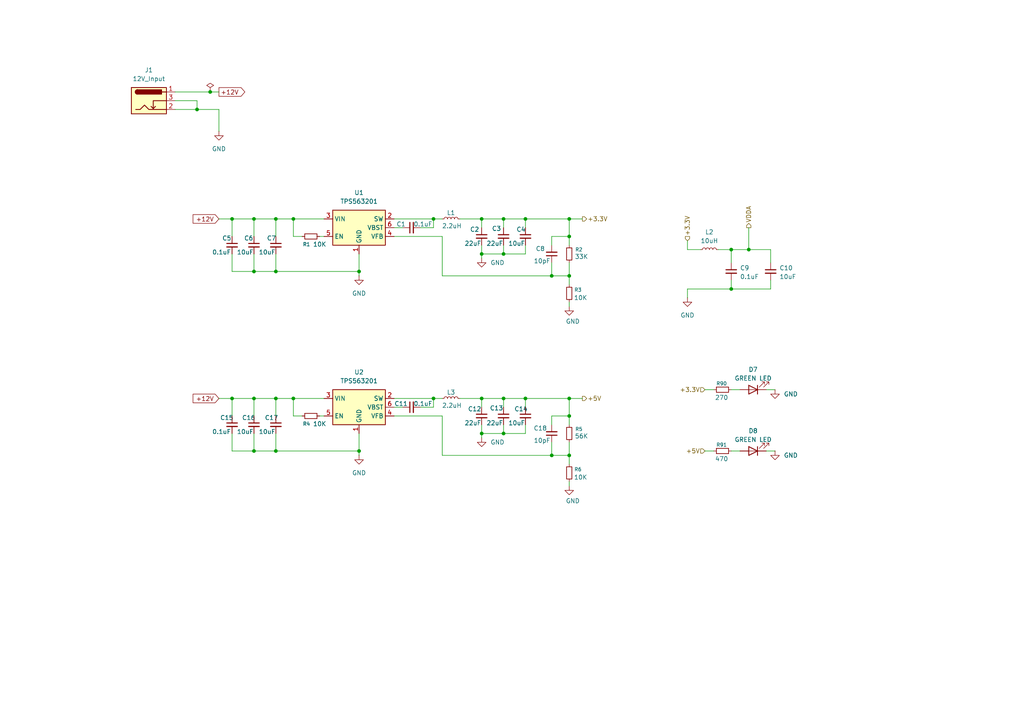
<source format=kicad_sch>
(kicad_sch (version 20250114) (generator "eeschema") (generator_version "9.0")
  (paper "A4")
  (lib_symbols
    (symbol "Connector:Barrel_Jack_Switch" (pin_names (hide yes))
      (property "Reference" "J" (at 0 5.334 0))
      (property "Value" "Barrel_Jack_Switch" (at 0 -5.08 0))
      (symbol "Barrel_Jack_Switch_0_1"
        (rectangle (start -5.08 3.81) (end 5.08 -3.81) (stroke (width 0.254)) (fill (type background)))
        (polyline (pts (xy -3.81 -2.54) (xy -2.54 -2.54) (xy -1.27 -1.27) (xy 0 -2.54) (xy 2.54 -2.54) (xy 5.08 -2.54)) (stroke (width 0.254)))
        (arc (start -3.302 1.905) (mid -3.9343 2.54) (end -3.302 3.175) (stroke (width 0.254)))
        (arc (start -3.302 1.905) (mid -3.9343 2.54) (end -3.302 3.175) (stroke (width 0.254)) (fill (type outline)))
        (polyline (pts (xy 1.27 -2.286) (xy 1.905 -1.651)) (stroke (width 0.254)))
        (rectangle (start 3.683 3.175) (end -3.302 1.905) (stroke (width 0.254)) (fill (type outline)))
        (polyline (pts (xy 5.08 2.54) (xy 3.81 2.54)) (stroke (width 0.254)))
        (polyline (pts (xy 5.08 0) (xy 1.27 0) (xy 1.27 -2.286) (xy 0.635 -1.651)) (stroke (width 0.254)))
      )
      (symbol "Barrel_Jack_Switch_1_1"
        (pin passive line (at 7.62 2.54 180) (length 2.54) (name "~") (number "1"))
        (pin passive line (at 7.62 0 180) (length 2.54) (name "~") (number "3"))
        (pin passive line (at 7.62 -2.54 180) (length 2.54) (name "~") (number "2"))
      )
    )
    (symbol "Device:C_Small" (pin_numbers (hide yes)) (pin_names (offset 0.254) (hide yes))
      (property "Reference" "C" (at 0.254 1.778 0))
      (property "Value" "C_Small" (at 0.254 -2.032 0))
      (symbol "C_Small_0_1"
        (polyline (pts (xy -1.524 0.508) (xy 1.524 0.508)) (stroke (width 0.3048)))
        (polyline (pts (xy -1.524 -0.508) (xy 1.524 -0.508)) (stroke (width 0.3302)))
      )
      (symbol "C_Small_1_1"
        (pin passive line (at 0 2.54 270) (length 2.032) (name "~") (number "1"))
        (pin passive line (at 0 -2.54 90) (length 2.032) (name "~") (number "2"))
      )
    )
    (symbol "Device:LED" (pin_numbers (hide yes)) (pin_names (offset 1.016) (hide yes))
      (property "Reference" "D" (at 0 2.54 0))
      (property "Value" "LED" (at 0 -2.54 0))
      (symbol "LED_0_1"
        (polyline (pts (xy -3.048 -0.762) (xy -4.572 -2.286) (xy -3.81 -2.286) (xy -4.572 -2.286) (xy -4.572 -1.524)))
        (polyline (pts (xy -1.778 -0.762) (xy -3.302 -2.286) (xy -2.54 -2.286) (xy -3.302 -2.286) (xy -3.302 -1.524)))
        (polyline (pts (xy -1.27 0) (xy 1.27 0)))
        (polyline (pts (xy -1.27 -1.27) (xy -1.27 1.27)) (stroke (width 0.254)))
        (polyline (pts (xy 1.27 -1.27) (xy 1.27 1.27) (xy -1.27 0) (xy 1.27 -1.27)) (stroke (width 0.254)))
      )
      (symbol "LED_1_1"
        (pin passive line (at -3.81 0 0) (length 2.54) (name "K") (number "1"))
        (pin passive line (at 3.81 0 180) (length 2.54) (name "A") (number "2"))
      )
    )
    (symbol "Device:L_Small" (pin_numbers (hide yes)) (pin_names (offset 0.254) (hide yes))
      (property "Reference" "L" (at 0.762 1.016 0))
      (property "Value" "L_Small" (at 0.762 -1.016 0))
      (symbol "L_Small_0_1"
        (arc (start 0 2.032) (mid 0.5058 1.524) (end 0 1.016))
        (arc (start 0 1.016) (mid 0.5058 0.508) (end 0 0))
        (arc (start 0 0) (mid 0.5058 -0.508) (end 0 -1.016))
        (arc (start 0 -1.016) (mid 0.5058 -1.524) (end 0 -2.032))
      )
      (symbol "L_Small_1_1"
        (pin passive line (at 0 2.54 270) (length 0.508) (name "~") (number "1"))
        (pin passive line (at 0 -2.54 90) (length 0.508) (name "~") (number "2"))
      )
    )
    (symbol "Device:R_Small" (pin_numbers (hide yes)) (pin_names (offset 0.254) (hide yes))
      (property "Reference" "R" (at 0 0 90))
      (property "Value" "R_Small" (at 1.778 0 90))
      (symbol "R_Small_0_1"
        (rectangle (start -0.762 1.778) (end 0.762 -1.778) (stroke (width 0.2032)))
      )
      (symbol "R_Small_1_1"
        (pin passive line (at 0 2.54 270) (length 0.762) (name "~") (number "1"))
        (pin passive line (at 0 -2.54 90) (length 0.762) (name "~") (number "2"))
      )
    )
    (symbol "Regulator_Switching:TPS563200"
      (property "Reference" "U" (at -7.62 6.35 0))
      (property "Value" "TPS563200" (at -2.54 6.35 0))
      (symbol "TPS563200_0_1"
        (rectangle (start -7.62 5.08) (end 7.62 -5.08) (stroke (width 0.254)) (fill (type background)))
      )
      (symbol "TPS563200_1_1"
        (pin power_in line (at -10.16 2.54 0) (length 2.54) (name "VIN") (number "3"))
        (pin input line (at -10.16 -2.54 0) (length 2.54) (name "EN") (number "5"))
        (pin power_in line (at 0 -7.62 90) (length 2.54) (name "GND") (number "1"))
        (pin output line (at 10.16 2.54 180) (length 2.54) (name "SW") (number "2"))
        (pin passive line (at 10.16 0 180) (length 2.54) (name "VBST") (number "6"))
        (pin input line (at 10.16 -2.54 180) (length 2.54) (name "VFB") (number "4"))
      )
    )
    (symbol "power:GND" (power) (pin_numbers (hide yes)) (pin_names (offset 0) (hide yes))
      (property "Value" "GND" (at 0 -3.81 0))
      (symbol "GND_0_1"
        (polyline (pts (xy 0 0) (xy 0 -1.27) (xy 1.27 -1.27) (xy 0 -2.54) (xy -1.27 -1.27) (xy 0 -1.27)))
      )
      (symbol "GND_1_1"
        (pin power_in line (at 0 0 270) (length 0) (name "~") (number "1"))
      )
    )
    (symbol "power:PWR_FLAG" (power) (pin_numbers (hide yes)) (pin_names (offset 0) (hide yes))
      (property "Value" "PWR_FLAG" (at 0 3.81 0))
      (symbol "PWR_FLAG_0_0"
        (pin power_out line (at 0 0 90) (length 0) (name "~") (number "1"))
      )
      (symbol "PWR_FLAG_0_1"
        (polyline (pts (xy 0 0) (xy 0 1.27) (xy -1.016 1.905) (xy 0 2.54) (xy 1.016 1.905) (xy 0 1.27)))
      )
    )
  )
  (junction (at 125.73 115.57))
  (junction (at 57.15 31.75))
  (junction (at 212.09 83.82))
  (junction (at 73.66 115.57))
  (junction (at 152.4 115.57))
  (junction (at 73.66 63.5))
  (junction (at 165.1 80.01))
  (junction (at 212.09 72.39))
  (junction (at 146.05 125.73))
  (junction (at 104.14 78.74))
  (junction (at 73.66 130.81))
  (junction (at 165.1 132.08))
  (junction (at 80.01 115.57))
  (junction (at 139.7 73.66))
  (junction (at 80.01 78.74))
  (junction (at 139.7 63.5))
  (junction (at 146.05 63.5))
  (junction (at 104.14 130.81))
  (junction (at 165.1 120.65))
  (junction (at 217.17 72.39))
  (junction (at 160.02 132.08))
  (junction (at 152.4 63.5))
  (junction (at 73.66 78.74))
  (junction (at 85.09 115.57))
  (junction (at 165.1 63.5))
  (junction (at 146.05 115.57))
  (junction (at 80.01 63.5))
  (junction (at 139.7 115.57))
  (junction (at 160.02 80.01))
  (junction (at 67.31 115.57))
  (junction (at 80.01 130.81))
  (junction (at 85.09 63.5))
  (junction (at 125.73 63.5))
  (junction (at 67.31 63.5))
  (junction (at 165.1 68.58))
  (junction (at 165.1 115.57))
  (junction (at 60.96 26.67))
  (junction (at 139.7 125.73))
  (junction (at 146.05 73.66))
  (wire (pts (xy 67.31 130.81) (xy 73.66 130.81)))
  (wire (pts (xy 139.7 73.66) (xy 146.05 73.66)))
  (wire (pts (xy 128.27 132.08) (xy 160.02 132.08)))
  (wire (pts (xy 104.14 130.81) (xy 104.14 132.08)))
  (wire (pts (xy 114.3 118.11) (xy 116.84 118.11)))
  (wire (pts (xy 222.25 130.81) (xy 224.79 130.81)))
  (wire (pts (xy 104.14 78.74) (xy 104.14 80.01)))
  (wire (pts (xy 114.3 63.5) (xy 125.73 63.5)))
  (wire (pts (xy 63.5 63.5) (xy 67.31 63.5)))
  (wire (pts (xy 139.7 123.19) (xy 139.7 125.73)))
  (wire (pts (xy 160.02 128.27) (xy 160.02 132.08)))
  (wire (pts (xy 125.73 118.11) (xy 125.73 115.57)))
  (wire (pts (xy 80.01 63.5) (xy 80.01 68.58)))
  (wire (pts (xy 212.09 72.39) (xy 212.09 76.2)))
  (wire (pts (xy 165.1 115.57) (xy 165.1 120.65)))
  (wire (pts (xy 165.1 132.08) (xy 165.1 134.62)))
  (wire (pts (xy 125.73 63.5) (xy 128.27 63.5)))
  (wire (pts (xy 152.4 115.57) (xy 152.4 118.11)))
  (wire (pts (xy 50.8 31.75) (xy 57.15 31.75)))
  (wire (pts (xy 85.09 68.58) (xy 87.63 68.58)))
  (wire (pts (xy 139.7 125.73) (xy 146.05 125.73)))
  (wire (pts (xy 146.05 125.73) (xy 152.4 125.73)))
  (wire (pts (xy 165.1 63.5) (xy 168.91 63.5)))
  (wire (pts (xy 85.09 63.5) (xy 93.98 63.5)))
  (wire (pts (xy 104.14 73.66) (xy 104.14 78.74)))
  (wire (pts (xy 199.39 83.82) (xy 212.09 83.82)))
  (wire (pts (xy 165.1 140.97) (xy 165.1 139.7)))
  (wire (pts (xy 165.1 120.65) (xy 165.1 123.19)))
  (wire (pts (xy 199.39 69.85) (xy 199.39 72.39)))
  (wire (pts (xy 139.7 115.57) (xy 146.05 115.57)))
  (wire (pts (xy 212.09 83.82) (xy 223.52 83.82)))
  (wire (pts (xy 204.47 113.03) (xy 207.01 113.03)))
  (wire (pts (xy 85.09 120.65) (xy 85.09 115.57)))
  (wire (pts (xy 92.71 120.65) (xy 93.98 120.65)))
  (wire (pts (xy 50.8 29.21) (xy 57.15 29.21)))
  (wire (pts (xy 80.01 63.5) (xy 73.66 63.5)))
  (wire (pts (xy 67.31 78.74) (xy 73.66 78.74)))
  (wire (pts (xy 128.27 80.01) (xy 160.02 80.01)))
  (wire (pts (xy 146.05 73.66) (xy 146.05 71.12)))
  (wire (pts (xy 152.4 115.57) (xy 165.1 115.57)))
  (wire (pts (xy 160.02 120.65) (xy 160.02 123.19)))
  (wire (pts (xy 80.01 115.57) (xy 80.01 120.65)))
  (wire (pts (xy 199.39 83.82) (xy 199.39 86.36)))
  (wire (pts (xy 139.7 125.73) (xy 139.7 127)))
  (wire (pts (xy 146.05 125.73) (xy 146.05 123.19)))
  (wire (pts (xy 73.66 73.66) (xy 73.66 78.74)))
  (wire (pts (xy 92.71 68.58) (xy 93.98 68.58)))
  (wire (pts (xy 125.73 115.57) (xy 128.27 115.57)))
  (wire (pts (xy 212.09 113.03) (xy 214.63 113.03)))
  (wire (pts (xy 133.35 63.5) (xy 139.7 63.5)))
  (wire (pts (xy 208.28 72.39) (xy 212.09 72.39)))
  (wire (pts (xy 165.1 68.58) (xy 165.1 71.12)))
  (wire (pts (xy 50.8 26.67) (xy 60.96 26.67)))
  (wire (pts (xy 217.17 72.39) (xy 223.52 72.39)))
  (wire (pts (xy 73.66 115.57) (xy 67.31 115.57)))
  (wire (pts (xy 146.05 63.5) (xy 152.4 63.5)))
  (wire (pts (xy 223.52 81.28) (xy 223.52 83.82)))
  (wire (pts (xy 121.92 66.04) (xy 125.73 66.04)))
  (wire (pts (xy 160.02 76.2) (xy 160.02 80.01)))
  (wire (pts (xy 63.5 31.75) (xy 63.5 38.1)))
  (wire (pts (xy 104.14 125.73) (xy 104.14 130.81)))
  (wire (pts (xy 73.66 125.73) (xy 73.66 130.81)))
  (wire (pts (xy 152.4 63.5) (xy 165.1 63.5)))
  (wire (pts (xy 152.4 71.12) (xy 152.4 73.66)))
  (wire (pts (xy 139.7 73.66) (xy 139.7 74.93)))
  (wire (pts (xy 165.1 115.57) (xy 168.91 115.57)))
  (wire (pts (xy 121.92 118.11) (xy 125.73 118.11)))
  (wire (pts (xy 152.4 123.19) (xy 152.4 125.73)))
  (wire (pts (xy 63.5 115.57) (xy 67.31 115.57)))
  (wire (pts (xy 73.66 115.57) (xy 73.66 120.65)))
  (wire (pts (xy 73.66 63.5) (xy 67.31 63.5)))
  (wire (pts (xy 160.02 68.58) (xy 160.02 71.12)))
  (wire (pts (xy 114.3 120.65) (xy 128.27 120.65)))
  (wire (pts (xy 222.25 113.03) (xy 224.79 113.03)))
  (wire (pts (xy 160.02 80.01) (xy 165.1 80.01)))
  (wire (pts (xy 139.7 115.57) (xy 139.7 118.11)))
  (wire (pts (xy 160.02 68.58) (xy 165.1 68.58)))
  (wire (pts (xy 73.66 78.74) (xy 80.01 78.74)))
  (wire (pts (xy 204.47 130.81) (xy 207.01 130.81)))
  (wire (pts (xy 160.02 120.65) (xy 165.1 120.65)))
  (wire (pts (xy 165.1 80.01) (xy 165.1 76.2)))
  (wire (pts (xy 85.09 120.65) (xy 87.63 120.65)))
  (wire (pts (xy 139.7 63.5) (xy 146.05 63.5)))
  (wire (pts (xy 85.09 68.58) (xy 85.09 63.5)))
  (wire (pts (xy 73.66 63.5) (xy 73.66 68.58)))
  (wire (pts (xy 165.1 80.01) (xy 165.1 82.55)))
  (wire (pts (xy 146.05 115.57) (xy 152.4 115.57)))
  (wire (pts (xy 128.27 120.65) (xy 128.27 132.08)))
  (wire (pts (xy 217.17 66.04) (xy 217.17 72.39)))
  (wire (pts (xy 67.31 125.73) (xy 67.31 130.81)))
  (wire (pts (xy 114.3 68.58) (xy 128.27 68.58)))
  (wire (pts (xy 60.96 26.67) (xy 63.5 26.67)))
  (wire (pts (xy 160.02 132.08) (xy 165.1 132.08)))
  (wire (pts (xy 80.01 130.81) (xy 104.14 130.81)))
  (wire (pts (xy 139.7 63.5) (xy 139.7 66.04)))
  (wire (pts (xy 73.66 130.81) (xy 80.01 130.81)))
  (wire (pts (xy 114.3 66.04) (xy 116.84 66.04)))
  (wire (pts (xy 67.31 63.5) (xy 67.31 68.58)))
  (wire (pts (xy 67.31 115.57) (xy 67.31 120.65)))
  (wire (pts (xy 212.09 130.81) (xy 214.63 130.81)))
  (wire (pts (xy 57.15 29.21) (xy 57.15 31.75)))
  (wire (pts (xy 114.3 115.57) (xy 125.73 115.57)))
  (wire (pts (xy 212.09 72.39) (xy 217.17 72.39)))
  (wire (pts (xy 199.39 72.39) (xy 203.2 72.39)))
  (wire (pts (xy 165.1 63.5) (xy 165.1 68.58)))
  (wire (pts (xy 139.7 71.12) (xy 139.7 73.66)))
  (wire (pts (xy 133.35 115.57) (xy 139.7 115.57)))
  (wire (pts (xy 80.01 78.74) (xy 104.14 78.74)))
  (wire (pts (xy 152.4 63.5) (xy 152.4 66.04)))
  (wire (pts (xy 165.1 132.08) (xy 165.1 128.27)))
  (wire (pts (xy 223.52 72.39) (xy 223.52 76.2)))
  (wire (pts (xy 125.73 66.04) (xy 125.73 63.5)))
  (wire (pts (xy 57.15 31.75) (xy 63.5 31.75)))
  (wire (pts (xy 146.05 63.5) (xy 146.05 66.04)))
  (wire (pts (xy 80.01 125.73) (xy 80.01 130.81)))
  (wire (pts (xy 146.05 73.66) (xy 152.4 73.66)))
  (wire (pts (xy 212.09 81.28) (xy 212.09 83.82)))
  (wire (pts (xy 80.01 115.57) (xy 85.09 115.57)))
  (wire (pts (xy 165.1 88.9) (xy 165.1 87.63)))
  (wire (pts (xy 85.09 115.57) (xy 93.98 115.57)))
  (wire (pts (xy 80.01 73.66) (xy 80.01 78.74)))
  (wire (pts (xy 128.27 68.58) (xy 128.27 80.01)))
  (wire (pts (xy 67.31 73.66) (xy 67.31 78.74)))
  (wire (pts (xy 146.05 115.57) (xy 146.05 118.11)))
  (wire (pts (xy 80.01 115.57) (xy 73.66 115.57)))
  (wire (pts (xy 80.01 63.5) (xy 85.09 63.5)))
  (global_label "+12V" (shape input) (at 63.5 115.57 180) (property "Intersheetrefs" "${INTERSHEET_REFS}" (effects (hide yes))))
  (global_label "+12V" (shape input) (at 63.5 63.5 180) (property "Intersheetrefs" "${INTERSHEET_REFS}" (effects (hide yes))))
  (global_label "+12V" (shape output) (at 63.5 26.67 0) (property "Intersheetrefs" "${INTERSHEET_REFS}" (effects (hide yes))))
  (hierarchical_label "+3.3V" (shape input) (at 204.47 113.03 180))
  (hierarchical_label "+5V" (shape input) (at 204.47 130.81 180))
  (hierarchical_label "+3.3V" (shape output) (at 168.91 63.5 0))
  (hierarchical_label "+5V" (shape output) (at 168.91 115.57 0))
  (hierarchical_label "+3.3V" (shape input) (at 199.39 69.85 90))
  (hierarchical_label "VDDA" (shape output) (at 217.17 66.04 90))
  (symbol (lib_id "Device:C_Small") (at 146.05 120.65 0) (unit 1)
    (property "Reference" "C13" (at 144.018 118.364 0))
    (property "Value" "22uF" (at 143.51 122.682 0))
    (property "Footprint" "Capacitor_SMD:C_1206_3216Metric" (effects (hide yes)))
    (property "Description" "Capacitor, ceramic, 22µF, 10 V, ±10%, X7R, 1206" (effects (hide yes)))
  )
  (symbol (lib_id "power:GND") (at 104.14 80.01 0) (unit 1)
    (property "Reference" "#PWR03" (effects (hide yes)))
    (property "Value" "GND" (at 104.14 85.09 0))
    (property "Description" "Power symbol creates a global label with name \"GND\" , ground" (effects (hide yes)))
  )
  (symbol (lib_id "Device:C_Small") (at 80.01 123.19 0) (unit 1)
    (property "Reference" "C17" (at 78.74 121.158 0))
    (property "Value" "10uF" (at 77.47 125.222 0))
    (property "Footprint" "Capacitor_SMD:C_1206_3216Metric" (effects (hide yes)))
    (property "Description" "Capacitor, ceramic, 10µF, 25 V, ±10%, X5R, 1206" (effects (hide yes)))
  )
  (symbol (lib_id "Device:C_Small") (at 146.05 68.58 0) (unit 1)
    (property "Reference" "C3" (at 144.018 66.294 0))
    (property "Value" "22uF" (at 143.51 70.612 0))
    (property "Footprint" "Capacitor_SMD:C_1206_3216Metric" (effects (hide yes)))
    (property "Description" "Capacitor, ceramic, 22µF, 10 V, ±10%, X7R, 1206" (effects (hide yes)))
  )
  (symbol (lib_id "Regulator_Switching:TPS563200") (at 104.14 118.11 0) (unit 1)
    (property "Reference" "U2" (at 104.14 107.95 0))
    (property "Value" "TPS563201" (at 104.14 110.49 0))
    (property "Footprint" "Package_TO_SOT_SMD:SOT-23-6" (effects (hide yes)))
    (property "Datasheet" "http://www.ti.com/lit/ds/symlink/tps563200.pdf" (effects (hide yes)))
    (property "Description" "3A Synchronous Step-Down Voltage Regulator, Adjustable Output Voltage, 4.5-17V Input Voltage, SOT-23-6" (effects (hide yes)))
  )
  (symbol (lib_id "Device:C_Small") (at 80.01 71.12 0) (unit 1)
    (property "Reference" "C7" (at 78.74 69.088 0))
    (property "Value" "10uF" (at 77.47 73.152 0))
    (property "Footprint" "Capacitor_SMD:C_1206_3216Metric" (effects (hide yes)))
    (property "Description" "Capacitor, ceramic, 10µF, 25 V, ±10%, X5R, 1206" (effects (hide yes)))
  )
  (symbol (lib_id "Device:R_Small") (at 90.17 120.65 270) (unit 1)
    (property "Reference" "R4" (at 88.9 122.936 90) (effects (font (size 1.016 1.016))))
    (property "Value" "10K" (at 92.71 122.936 90))
    (property "Footprint" "Resistor_SMD:R_0603_1608Metric" (effects (hide yes)))
    (property "Description" "Resistor, small symbol" (effects (hide yes)))
  )
  (symbol (lib_id "Device:C_Small") (at 212.09 78.74 0) (unit 1)
    (property "Reference" "C9" (at 214.63 77.724 0) (effects (justify left)))
    (property "Value" "0.1uF" (at 214.63 80.264 0) (effects (justify left)))
    (property "Footprint" "Capacitor_SMD:C_0603_1608Metric" (effects (hide yes)))
    (property "Description" "Unpolarized capacitor, small symbol" (effects (hide yes)))
  )
  (symbol (lib_id "Device:C_Small") (at 119.38 66.04 90) (unit 1)
    (property "Reference" "C1" (at 116.332 65.024 90))
    (property "Value" "0.1uF" (at 122.682 65.024 90))
    (property "Footprint" "Capacitor_SMD:C_0603_1608Metric" (effects (hide yes)))
    (property "Description" "Capacitor, ceramic, 0.1µF, 25 V, ±10%, X5R, 0603" (effects (hide yes)))
  )
  (symbol (lib_id "Device:C_Small") (at 73.66 71.12 0) (unit 1)
    (property "Reference" "C6" (at 72.136 69.088 0))
    (property "Value" "10uF" (at 71.12 73.152 0))
    (property "Footprint" "Capacitor_SMD:C_1206_3216Metric" (effects (hide yes)))
    (property "Description" "Capacitor, ceramic, 10µF, 25 V, ±10%, X5R, 1206" (effects (hide yes)))
  )
  (symbol (lib_id "power:GND") (at 224.79 130.81 0) (unit 1)
    (property "Reference" "#PWR073" (effects (hide yes)))
    (property "Value" "GND" (at 227.33 132.0799 0) (effects (justify left)))
    (property "Description" "Power symbol creates a global label with name \"GND\" , ground" (effects (hide yes)))
  )
  (symbol (lib_id "Device:L_Small") (at 130.81 115.57 90) (unit 1)
    (property "Reference" "L3" (at 130.81 113.792 90))
    (property "Value" "2.2uH" (at 131.064 117.602 90))
    (property "Footprint" "Inductor_SMD:L_Changjiang_FXL0630" (effects (hide yes)))
    (property "Description" "Inductor, Shielded Drum Core, Superflux, 2.2 µH, 9 A, 0.0115 Ω, SMD" (effects (hide yes)))
  )
  (symbol (lib_id "Device:LED") (at 218.44 113.03 180) (unit 1)
    (property "Reference" "D7" (at 218.44 107.188 0))
    (property "Value" "GREEN LED" (at 218.44 109.728 0))
    (property "Footprint" "LED_SMD:LED_0603_1608Metric" (effects (hide yes)))
    (property "Description" "Light emitting diode" (effects (hide yes)))
    (property "Sim.Pins" "1=K 2=A" (effects (hide yes)))
  )
  (symbol (lib_id "power:GND") (at 139.7 127 0) (unit 1)
    (property "Reference" "#PWR06" (effects (hide yes)))
    (property "Value" "GND" (at 142.24 128.2699 0) (effects (justify left)))
    (property "Description" "Power symbol creates a global label with name \"GND\" , ground" (effects (hide yes)))
  )
  (symbol (lib_id "Device:C_Small") (at 67.31 123.19 0) (unit 1)
    (property "Reference" "C15" (at 65.786 121.158 0))
    (property "Value" "0.1uF" (at 64.262 125.222 0))
    (property "Footprint" "Capacitor_SMD:C_0603_1608Metric" (effects (hide yes)))
    (property "Description" "Capacitor, ceramic, 0.1µF, 25 V, ±10%, X5R, 0603" (effects (hide yes)))
  )
  (symbol (lib_id "Device:C_Small") (at 73.66 123.19 0) (unit 1)
    (property "Reference" "C16" (at 72.136 121.158 0))
    (property "Value" "10uF" (at 71.12 125.222 0))
    (property "Footprint" "Capacitor_SMD:C_1206_3216Metric" (effects (hide yes)))
    (property "Description" "Capacitor, ceramic, 10µF, 25 V, ±10%, X5R, 1206" (effects (hide yes)))
  )
  (symbol (lib_id "Device:L_Small") (at 205.74 72.39 90) (unit 1)
    (property "Reference" "L2" (at 205.74 67.31 90))
    (property "Value" "10uH" (at 205.74 69.85 90))
    (property "Footprint" "Inductor_SMD:L_0603_1608Metric" (effects (hide yes)))
    (property "Description" "Inductor, small symbol" (effects (hide yes)))
  )
  (symbol (lib_id "power:GND") (at 63.5 38.1 0) (unit 1)
    (property "Reference" "#PWR01" (effects (hide yes)))
    (property "Value" "GND" (at 63.5 43.18 0))
    (property "Description" "Power symbol creates a global label with name \"GND\" , ground" (effects (hide yes)))
  )
  (symbol (lib_id "power:PWR_FLAG") (at 60.96 26.67 0) (unit 1)
    (property "Reference" "#FLG01" (effects (hide yes)))
    (property "Value" "PWR_FLAG" (effects (hide yes)))
    (property "Description" "Special symbol for telling ERC where power comes from" (effects (hide yes)))
  )
  (symbol (lib_id "Device:R_Small") (at 165.1 137.16 0) (unit 1)
    (property "Reference" "R6" (at 167.64 136.144 0) (effects (font (size 1.016 1.016))))
    (property "Value" "10K" (at 168.402 138.43 0))
    (property "Footprint" "Resistor_SMD:R_0603_1608Metric" (effects (hide yes)))
    (property "Description" "Resistor, small symbol" (effects (hide yes)))
  )
  (symbol (lib_id "Device:C_Small") (at 160.02 125.73 180) (unit 1)
    (property "Reference" "C18" (at 156.718 124.206 0))
    (property "Value" "10pF" (at 157.226 127.762 0))
    (property "Footprint" "Capacitor_SMD:C_0603_1608Metric" (effects (hide yes)))
    (property "Description" "Capacitor, ceramic, 10 pF, 100 V, ±5%, C0G/NP0, 0603" (effects (hide yes)))
  )
  (symbol (lib_id "Device:R_Small") (at 165.1 85.09 0) (unit 1)
    (property "Reference" "R3" (at 167.64 84.074 0) (effects (font (size 1.016 1.016))))
    (property "Value" "10K" (at 168.402 86.36 0))
    (property "Footprint" "Resistor_SMD:R_0603_1608Metric" (effects (hide yes)))
    (property "Description" "Resistor, small symbol" (effects (hide yes)))
  )
  (symbol (lib_id "Device:C_Small") (at 139.7 120.65 0) (unit 1)
    (property "Reference" "C12" (at 137.668 118.618 0))
    (property "Value" "22uF" (at 137.16 122.682 0))
    (property "Footprint" "Capacitor_SMD:C_1206_3216Metric" (effects (hide yes)))
    (property "Description" "Capacitor, ceramic, 22µF, 10 V, ±10%, X7R, 1206" (effects (hide yes)))
  )
  (symbol (lib_id "power:GND") (at 165.1 140.97 0) (unit 1)
    (property "Reference" "#PWR08" (effects (hide yes)))
    (property "Value" "GND" (at 164.084 145.288 0) (effects (justify left)))
    (property "Description" "Power symbol creates a global label with name \"GND\" , ground" (effects (hide yes)))
  )
  (symbol (lib_id "power:GND") (at 199.39 86.36 0) (unit 1)
    (property "Reference" "#PWR04" (effects (hide yes)))
    (property "Value" "GND" (at 199.39 91.44 0))
    (property "Description" "Power symbol creates a global label with name \"GND\" , ground" (effects (hide yes)))
  )
  (symbol (lib_id "Connector:Barrel_Jack_Switch") (at 43.18 29.21 0) (unit 1)
    (property "Reference" "J1" (at 43.18 20.32 0))
    (property "Value" "12V_Input" (at 43.18 22.86 0))
    (property "Footprint" "Connector_BarrelJack:BarrelJack_GCT_DCJ200-10-A_Horizontal" (effects (hide yes)))
    (property "Description" "DC Barrel Jack with an internal switch" (effects (hide yes)))
  )
  (symbol (lib_id "Device:R_Small") (at 209.55 113.03 270) (unit 1)
    (property "Reference" "R90" (at 209.296 111.252 90) (effects (font (size 1.016 1.016))))
    (property "Value" "270" (at 209.296 115.316 90))
    (property "Footprint" "Resistor_SMD:R_0603_1608Metric" (effects (hide yes)))
    (property "Description" "Resistor, small symbol" (effects (hide yes)))
  )
  (symbol (lib_id "Device:C_Small") (at 223.52 78.74 0) (unit 1)
    (property "Reference" "C10" (at 226.06 77.724 0) (effects (justify left)))
    (property "Value" "10uF" (at 226.06 80.264 0) (effects (justify left)))
    (property "Footprint" "Capacitor_SMD:C_0603_1608Metric" (effects (hide yes)))
    (property "Description" "Unpolarized capacitor, small symbol" (effects (hide yes)))
  )
  (symbol (lib_id "power:GND") (at 104.14 132.08 0) (unit 1)
    (property "Reference" "#PWR07" (effects (hide yes)))
    (property "Value" "GND" (at 104.14 137.16 0))
    (property "Description" "Power symbol creates a global label with name \"GND\" , ground" (effects (hide yes)))
  )
  (symbol (lib_id "Device:C_Small") (at 67.31 71.12 0) (unit 1)
    (property "Reference" "C5" (at 65.786 69.088 0))
    (property "Value" "0.1uF" (at 64.262 73.152 0))
    (property "Footprint" "Capacitor_SMD:C_0603_1608Metric" (effects (hide yes)))
    (property "Description" "Capacitor, ceramic, 0.1µF, 25 V, ±10%, X5R, 0603" (effects (hide yes)))
  )
  (symbol (lib_id "Device:C_Small") (at 152.4 120.65 0) (unit 1)
    (property "Reference" "C14" (at 151.13 118.618 0))
    (property "Value" "10uF" (at 149.86 122.682 0))
    (property "Footprint" "Capacitor_SMD:C_1206_3216Metric" (effects (hide yes)))
    (property "Description" "Capacitor, ceramic, 10µF, 25 V, ±10%, X5R, 1206" (effects (hide yes)))
  )
  (symbol (lib_id "Device:C_Small") (at 160.02 73.66 180) (unit 1)
    (property "Reference" "C8" (at 156.718 72.136 0))
    (property "Value" "10pF" (at 157.226 75.692 0))
    (property "Footprint" "Capacitor_SMD:C_0603_1608Metric" (effects (hide yes)))
    (property "Description" "Capacitor, ceramic, 10 pF, 100 V, ±5%, C0G/NP0, 0603" (effects (hide yes)))
  )
  (symbol (lib_id "Device:LED") (at 218.44 130.81 180) (unit 1)
    (property "Reference" "D8" (at 218.44 124.968 0))
    (property "Value" "GREEN LED" (at 218.44 127.508 0))
    (property "Footprint" "LED_SMD:LED_0603_1608Metric" (effects (hide yes)))
    (property "Description" "Light emitting diode" (effects (hide yes)))
    (property "Sim.Pins" "1=K 2=A" (effects (hide yes)))
  )
  (symbol (lib_id "power:GND") (at 224.79 113.03 0) (unit 1)
    (property "Reference" "#PWR072" (effects (hide yes)))
    (property "Value" "GND" (at 227.33 114.2999 0) (effects (justify left)))
    (property "Description" "Power symbol creates a global label with name \"GND\" , ground" (effects (hide yes)))
  )
  (symbol (lib_id "Device:R_Small") (at 90.17 68.58 270) (unit 1)
    (property "Reference" "R1" (at 88.9 70.866 90) (effects (font (size 1.016 1.016))))
    (property "Value" "10K" (at 92.71 70.866 90))
    (property "Footprint" "Resistor_SMD:R_0603_1608Metric" (effects (hide yes)))
    (property "Description" "Resistor, small symbol" (effects (hide yes)))
  )
  (symbol (lib_id "Device:C_Small") (at 119.38 118.11 90) (unit 1)
    (property "Reference" "C11" (at 116.332 117.094 90))
    (property "Value" "0.1uF" (at 122.682 117.094 90))
    (property "Footprint" "Capacitor_SMD:C_0603_1608Metric" (effects (hide yes)))
    (property "Description" "Capacitor, ceramic, 0.1µF, 25 V, ±10%, X5R, 0603" (effects (hide yes)))
  )
  (symbol (lib_id "power:GND") (at 139.7 74.93 0) (unit 1)
    (property "Reference" "#PWR02" (effects (hide yes)))
    (property "Value" "GND" (at 142.24 76.1999 0) (effects (justify left)))
    (property "Description" "Power symbol creates a global label with name \"GND\" , ground" (effects (hide yes)))
  )
  (symbol (lib_id "power:GND") (at 165.1 88.9 0) (unit 1)
    (property "Reference" "#PWR05" (effects (hide yes)))
    (property "Value" "GND" (at 164.084 93.218 0) (effects (justify left)))
    (property "Description" "Power symbol creates a global label with name \"GND\" , ground" (effects (hide yes)))
  )
  (symbol (lib_id "Device:C_Small") (at 152.4 68.58 0) (unit 1)
    (property "Reference" "C4" (at 151.13 66.548 0))
    (property "Value" "10uF" (at 149.86 70.612 0))
    (property "Footprint" "Capacitor_SMD:C_1206_3216Metric" (effects (hide yes)))
    (property "Description" "Capacitor, ceramic, 10µF, 25 V, ±10%, X5R, 1206" (effects (hide yes)))
  )
  (symbol (lib_id "Device:L_Small") (at 130.81 63.5 90) (unit 1)
    (property "Reference" "L1" (at 130.81 61.722 90))
    (property "Value" "2.2uH" (at 131.064 65.532 90))
    (property "Footprint" "Inductor_SMD:L_Changjiang_FXL0630" (effects (hide yes)))
    (property "Description" "Inductor, Shielded Drum Core, Superflux, 2.2 µH, 9 A, 0.0115 Ω, SMD" (effects (hide yes)))
  )
  (symbol (lib_id "Device:R_Small") (at 165.1 73.66 0) (unit 1)
    (property "Reference" "R2" (at 167.894 72.39 0) (effects (font (size 1.016 1.016))))
    (property "Value" "33K" (at 168.656 74.422 0))
    (property "Footprint" "Resistor_SMD:R_0603_1608Metric" (effects (hide yes)))
    (property "Description" "Resistor, small symbol" (effects (hide yes)))
  )
  (symbol (lib_id "Device:R_Small") (at 209.55 130.81 270) (unit 1)
    (property "Reference" "R91" (at 209.296 129.032 90) (effects (font (size 1.016 1.016))))
    (property "Value" "470" (at 209.296 133.096 90))
    (property "Footprint" "Resistor_SMD:R_0603_1608Metric" (effects (hide yes)))
    (property "Description" "Resistor, small symbol" (effects (hide yes)))
  )
  (symbol (lib_id "Regulator_Switching:TPS563200") (at 104.14 66.04 0) (unit 1)
    (property "Reference" "U1" (at 104.14 55.88 0))
    (property "Value" "TPS563201" (at 104.14 58.42 0))
    (property "Footprint" "Package_TO_SOT_SMD:SOT-23-6" (effects (hide yes)))
    (property "Datasheet" "http://www.ti.com/lit/ds/symlink/tps563200.pdf" (effects (hide yes)))
    (property "Description" "3A Synchronous Step-Down Voltage Regulator, Adjustable Output Voltage, 4.5-17V Input Voltage, SOT-23-6" (effects (hide yes)))
  )
  (symbol (lib_id "Device:C_Small") (at 139.7 68.58 0) (unit 1)
    (property "Reference" "C2" (at 137.668 66.548 0))
    (property "Value" "22uF" (at 137.16 70.612 0))
    (property "Footprint" "Capacitor_SMD:C_1206_3216Metric" (effects (hide yes)))
    (property "Description" "Capacitor, ceramic, 22µF, 10 V, ±10%, X7R, 1206" (effects (hide yes)))
  )
  (symbol (lib_id "Device:R_Small") (at 165.1 125.73 0) (unit 1)
    (property "Reference" "R5" (at 167.894 124.46 0) (effects (font (size 1.016 1.016))))
    (property "Value" "56K" (at 168.656 126.492 0))
    (property "Footprint" "Resistor_SMD:R_0603_1608Metric" (effects (hide yes)))
    (property "Description" "Resistor, small symbol" (effects (hide yes)))
  )
)
</source>
